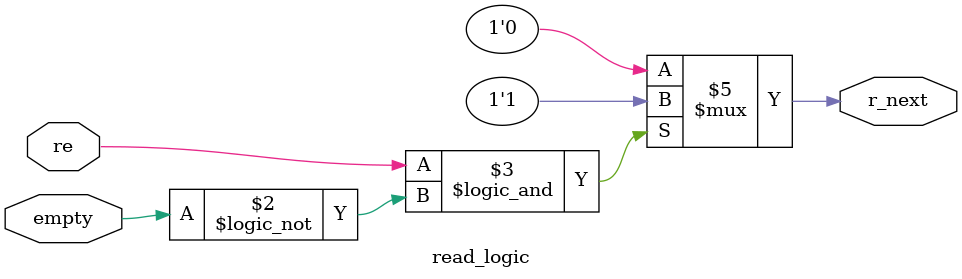
<source format=v>

module read_logic (
    input       re,              // Read enable
    input       empty,           // Empty
    output reg  r_next);         // Read next

    //If FIFO empty read counter should not increment
    always @(*) begin
        if (re && (!empty))
            r_next=1;
        else
            r_next=0;
    end

endmodule
</source>
